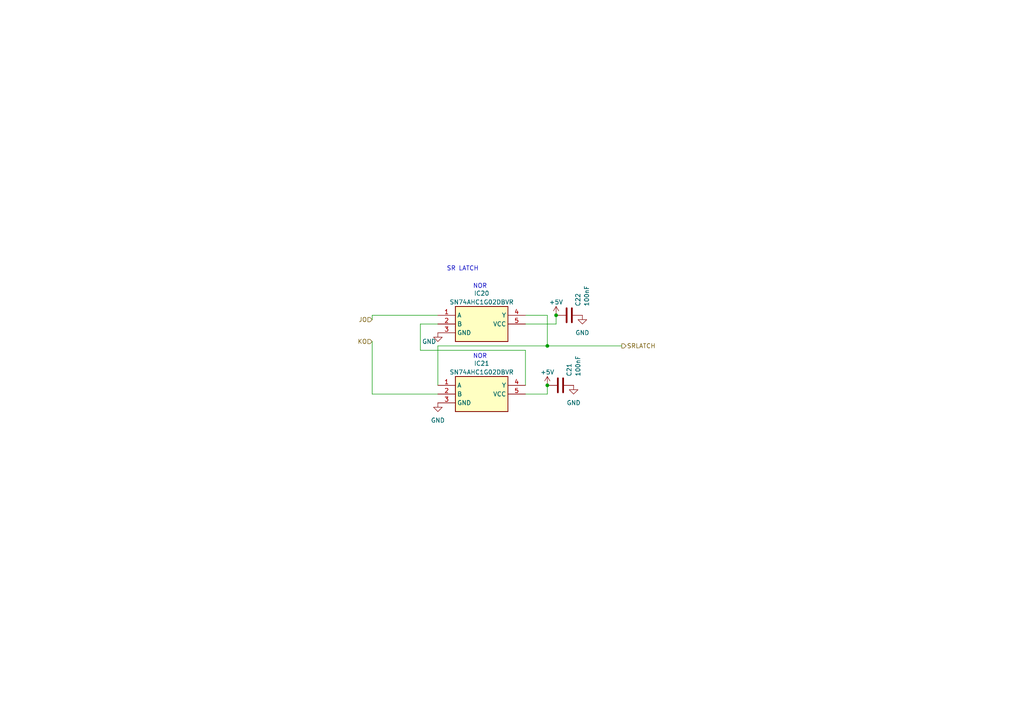
<source format=kicad_sch>
(kicad_sch
	(version 20231120)
	(generator "eeschema")
	(generator_version "8.0")
	(uuid "83ea689b-de4d-4bb1-be68-7a07fa8f70f1")
	(paper "A4")
	(lib_symbols
		(symbol "AAAAAAAAAA:SN74AHC1G02DBVR"
			(exclude_from_sim no)
			(in_bom yes)
			(on_board yes)
			(property "Reference" "IC"
				(at 21.59 7.62 0)
				(effects
					(font
						(size 1.27 1.27)
					)
					(justify left top)
				)
			)
			(property "Value" "SN74AHC1G02DBVR"
				(at 21.59 5.08 0)
				(effects
					(font
						(size 1.27 1.27)
					)
					(justify left top)
				)
			)
			(property "Footprint" "SOT95P280X145-5N"
				(at 21.59 -94.92 0)
				(effects
					(font
						(size 1.27 1.27)
					)
					(justify left top)
					(hide yes)
				)
			)
			(property "Datasheet" "http://www.ti.com/lit/gpn/sn74ahc1g02"
				(at 21.59 -194.92 0)
				(effects
					(font
						(size 1.27 1.27)
					)
					(justify left top)
					(hide yes)
				)
			)
			(property "Description" "Single 2-Input Positive-NOR Gate"
				(at 0 0 0)
				(effects
					(font
						(size 1.27 1.27)
					)
					(hide yes)
				)
			)
			(property "Height" "1.45"
				(at 21.59 -394.92 0)
				(effects
					(font
						(size 1.27 1.27)
					)
					(justify left top)
					(hide yes)
				)
			)
			(property "TME Electronic Components Part Number" ""
				(at 21.59 -494.92 0)
				(effects
					(font
						(size 1.27 1.27)
					)
					(justify left top)
					(hide yes)
				)
			)
			(property "TME Electronic Components Price/Stock" ""
				(at 21.59 -594.92 0)
				(effects
					(font
						(size 1.27 1.27)
					)
					(justify left top)
					(hide yes)
				)
			)
			(property "Manufacturer_Name" "Texas Instruments"
				(at 21.59 -694.92 0)
				(effects
					(font
						(size 1.27 1.27)
					)
					(justify left top)
					(hide yes)
				)
			)
			(property "Manufacturer_Part_Number" "SN74AHC1G02DBVR"
				(at 21.59 -794.92 0)
				(effects
					(font
						(size 1.27 1.27)
					)
					(justify left top)
					(hide yes)
				)
			)
			(symbol "SN74AHC1G02DBVR_1_1"
				(rectangle
					(start 5.08 2.54)
					(end 20.32 -7.62)
					(stroke
						(width 0.254)
						(type default)
					)
					(fill
						(type background)
					)
				)
				(pin passive line
					(at 0 0 0)
					(length 5.08)
					(name "A"
						(effects
							(font
								(size 1.27 1.27)
							)
						)
					)
					(number "1"
						(effects
							(font
								(size 1.27 1.27)
							)
						)
					)
				)
				(pin passive line
					(at 0 -2.54 0)
					(length 5.08)
					(name "B"
						(effects
							(font
								(size 1.27 1.27)
							)
						)
					)
					(number "2"
						(effects
							(font
								(size 1.27 1.27)
							)
						)
					)
				)
				(pin passive line
					(at 0 -5.08 0)
					(length 5.08)
					(name "GND"
						(effects
							(font
								(size 1.27 1.27)
							)
						)
					)
					(number "3"
						(effects
							(font
								(size 1.27 1.27)
							)
						)
					)
				)
				(pin passive line
					(at 25.4 0 180)
					(length 5.08)
					(name "Y"
						(effects
							(font
								(size 1.27 1.27)
							)
						)
					)
					(number "4"
						(effects
							(font
								(size 1.27 1.27)
							)
						)
					)
				)
				(pin passive line
					(at 25.4 -2.54 180)
					(length 5.08)
					(name "VCC"
						(effects
							(font
								(size 1.27 1.27)
							)
						)
					)
					(number "5"
						(effects
							(font
								(size 1.27 1.27)
							)
						)
					)
				)
			)
		)
		(symbol "Device:C"
			(pin_numbers hide)
			(pin_names
				(offset 0.254)
			)
			(exclude_from_sim no)
			(in_bom yes)
			(on_board yes)
			(property "Reference" "C"
				(at 0.635 2.54 0)
				(effects
					(font
						(size 1.27 1.27)
					)
					(justify left)
				)
			)
			(property "Value" "C"
				(at 0.635 -2.54 0)
				(effects
					(font
						(size 1.27 1.27)
					)
					(justify left)
				)
			)
			(property "Footprint" ""
				(at 0.9652 -3.81 0)
				(effects
					(font
						(size 1.27 1.27)
					)
					(hide yes)
				)
			)
			(property "Datasheet" "~"
				(at 0 0 0)
				(effects
					(font
						(size 1.27 1.27)
					)
					(hide yes)
				)
			)
			(property "Description" "Unpolarized capacitor"
				(at 0 0 0)
				(effects
					(font
						(size 1.27 1.27)
					)
					(hide yes)
				)
			)
			(property "ki_keywords" "cap capacitor"
				(at 0 0 0)
				(effects
					(font
						(size 1.27 1.27)
					)
					(hide yes)
				)
			)
			(property "ki_fp_filters" "C_*"
				(at 0 0 0)
				(effects
					(font
						(size 1.27 1.27)
					)
					(hide yes)
				)
			)
			(symbol "C_0_1"
				(polyline
					(pts
						(xy -2.032 -0.762) (xy 2.032 -0.762)
					)
					(stroke
						(width 0.508)
						(type default)
					)
					(fill
						(type none)
					)
				)
				(polyline
					(pts
						(xy -2.032 0.762) (xy 2.032 0.762)
					)
					(stroke
						(width 0.508)
						(type default)
					)
					(fill
						(type none)
					)
				)
			)
			(symbol "C_1_1"
				(pin passive line
					(at 0 3.81 270)
					(length 2.794)
					(name "~"
						(effects
							(font
								(size 1.27 1.27)
							)
						)
					)
					(number "1"
						(effects
							(font
								(size 1.27 1.27)
							)
						)
					)
				)
				(pin passive line
					(at 0 -3.81 90)
					(length 2.794)
					(name "~"
						(effects
							(font
								(size 1.27 1.27)
							)
						)
					)
					(number "2"
						(effects
							(font
								(size 1.27 1.27)
							)
						)
					)
				)
			)
		)
		(symbol "power:+5V"
			(power)
			(pin_names
				(offset 0)
			)
			(exclude_from_sim no)
			(in_bom yes)
			(on_board yes)
			(property "Reference" "#PWR"
				(at 0 -3.81 0)
				(effects
					(font
						(size 1.27 1.27)
					)
					(hide yes)
				)
			)
			(property "Value" "+5V"
				(at 0 3.556 0)
				(effects
					(font
						(size 1.27 1.27)
					)
				)
			)
			(property "Footprint" ""
				(at 0 0 0)
				(effects
					(font
						(size 1.27 1.27)
					)
					(hide yes)
				)
			)
			(property "Datasheet" ""
				(at 0 0 0)
				(effects
					(font
						(size 1.27 1.27)
					)
					(hide yes)
				)
			)
			(property "Description" "Power symbol creates a global label with name \"+5V\""
				(at 0 0 0)
				(effects
					(font
						(size 1.27 1.27)
					)
					(hide yes)
				)
			)
			(property "ki_keywords" "global power"
				(at 0 0 0)
				(effects
					(font
						(size 1.27 1.27)
					)
					(hide yes)
				)
			)
			(symbol "+5V_0_1"
				(polyline
					(pts
						(xy -0.762 1.27) (xy 0 2.54)
					)
					(stroke
						(width 0)
						(type default)
					)
					(fill
						(type none)
					)
				)
				(polyline
					(pts
						(xy 0 0) (xy 0 2.54)
					)
					(stroke
						(width 0)
						(type default)
					)
					(fill
						(type none)
					)
				)
				(polyline
					(pts
						(xy 0 2.54) (xy 0.762 1.27)
					)
					(stroke
						(width 0)
						(type default)
					)
					(fill
						(type none)
					)
				)
			)
			(symbol "+5V_1_1"
				(pin power_in line
					(at 0 0 90)
					(length 0) hide
					(name "+5V"
						(effects
							(font
								(size 1.27 1.27)
							)
						)
					)
					(number "1"
						(effects
							(font
								(size 1.27 1.27)
							)
						)
					)
				)
			)
		)
		(symbol "power:GND"
			(power)
			(pin_names
				(offset 0)
			)
			(exclude_from_sim no)
			(in_bom yes)
			(on_board yes)
			(property "Reference" "#PWR"
				(at 0 -6.35 0)
				(effects
					(font
						(size 1.27 1.27)
					)
					(hide yes)
				)
			)
			(property "Value" "GND"
				(at 0 -3.81 0)
				(effects
					(font
						(size 1.27 1.27)
					)
				)
			)
			(property "Footprint" ""
				(at 0 0 0)
				(effects
					(font
						(size 1.27 1.27)
					)
					(hide yes)
				)
			)
			(property "Datasheet" ""
				(at 0 0 0)
				(effects
					(font
						(size 1.27 1.27)
					)
					(hide yes)
				)
			)
			(property "Description" "Power symbol creates a global label with name \"GND\" , ground"
				(at 0 0 0)
				(effects
					(font
						(size 1.27 1.27)
					)
					(hide yes)
				)
			)
			(property "ki_keywords" "global power"
				(at 0 0 0)
				(effects
					(font
						(size 1.27 1.27)
					)
					(hide yes)
				)
			)
			(symbol "GND_0_1"
				(polyline
					(pts
						(xy 0 0) (xy 0 -1.27) (xy 1.27 -1.27) (xy 0 -2.54) (xy -1.27 -1.27) (xy 0 -1.27)
					)
					(stroke
						(width 0)
						(type default)
					)
					(fill
						(type none)
					)
				)
			)
			(symbol "GND_1_1"
				(pin power_in line
					(at 0 0 270)
					(length 0) hide
					(name "GND"
						(effects
							(font
								(size 1.27 1.27)
							)
						)
					)
					(number "1"
						(effects
							(font
								(size 1.27 1.27)
							)
						)
					)
				)
			)
		)
	)
	(junction
		(at 161.29 91.44)
		(diameter 0)
		(color 0 0 0 0)
		(uuid "3593625c-160b-45e3-9c40-0f09b1f4d3d0")
	)
	(junction
		(at 158.75 100.33)
		(diameter 0)
		(color 0 0 0 0)
		(uuid "a290a9dd-89ad-42c5-90ee-4c203bc637c1")
	)
	(junction
		(at 158.75 111.76)
		(diameter 0)
		(color 0 0 0 0)
		(uuid "d1dfe81d-e6b7-4e21-ad7c-809846434645")
	)
	(wire
		(pts
			(xy 158.75 100.33) (xy 127 100.33)
		)
		(stroke
			(width 0)
			(type default)
		)
		(uuid "2ea4c6d0-ca23-4a00-a88f-8009d6bc67d8")
	)
	(wire
		(pts
			(xy 158.75 111.76) (xy 158.75 114.3)
		)
		(stroke
			(width 0)
			(type default)
		)
		(uuid "2f077f66-175c-46d9-aa10-bbc284d9ea07")
	)
	(wire
		(pts
			(xy 107.95 92.71) (xy 107.95 91.44)
		)
		(stroke
			(width 0)
			(type default)
		)
		(uuid "3db08cdd-371b-4532-b254-6e62d0fa4c83")
	)
	(wire
		(pts
			(xy 161.29 91.44) (xy 161.29 93.98)
		)
		(stroke
			(width 0)
			(type default)
		)
		(uuid "3dbc4268-ac8b-40d6-b4fc-c6c0ad4a9079")
	)
	(wire
		(pts
			(xy 158.75 91.44) (xy 158.75 100.33)
		)
		(stroke
			(width 0)
			(type default)
		)
		(uuid "6193d128-7080-42cb-91dc-9721039f3349")
	)
	(wire
		(pts
			(xy 121.92 101.6) (xy 121.92 93.98)
		)
		(stroke
			(width 0)
			(type default)
		)
		(uuid "67c9dac5-9ef7-4339-9f68-ae09a552c5c1")
	)
	(wire
		(pts
			(xy 121.92 93.98) (xy 127 93.98)
		)
		(stroke
			(width 0)
			(type default)
		)
		(uuid "6803c531-f0af-40af-aa77-90aa35e438cf")
	)
	(wire
		(pts
			(xy 127 114.3) (xy 107.95 114.3)
		)
		(stroke
			(width 0)
			(type default)
		)
		(uuid "6f8c477e-0595-45a5-8d5e-fba9d59c1558")
	)
	(wire
		(pts
			(xy 152.4 93.98) (xy 161.29 93.98)
		)
		(stroke
			(width 0)
			(type default)
		)
		(uuid "729639e8-fe37-4a84-9634-8a91659c7067")
	)
	(wire
		(pts
			(xy 127 100.33) (xy 127 111.76)
		)
		(stroke
			(width 0)
			(type default)
		)
		(uuid "81810926-f21c-4521-8861-92b4f24a6327")
	)
	(wire
		(pts
			(xy 107.95 114.3) (xy 107.95 99.06)
		)
		(stroke
			(width 0)
			(type default)
		)
		(uuid "892671cb-5d55-45ac-abb7-86badfe55c9b")
	)
	(wire
		(pts
			(xy 107.95 91.44) (xy 127 91.44)
		)
		(stroke
			(width 0)
			(type default)
		)
		(uuid "914fc27d-bb39-4330-8205-1353e4b0db72")
	)
	(wire
		(pts
			(xy 158.75 114.3) (xy 152.4 114.3)
		)
		(stroke
			(width 0)
			(type default)
		)
		(uuid "9eccf857-3dd8-42a7-81ea-68de36ac7ade")
	)
	(wire
		(pts
			(xy 152.4 91.44) (xy 158.75 91.44)
		)
		(stroke
			(width 0)
			(type default)
		)
		(uuid "a9709b70-a650-4f04-a8a7-d7b3c941be90")
	)
	(wire
		(pts
			(xy 152.4 111.76) (xy 152.4 101.6)
		)
		(stroke
			(width 0)
			(type default)
		)
		(uuid "b143313e-5b19-422c-90ea-c87b2fce0b07")
	)
	(wire
		(pts
			(xy 152.4 101.6) (xy 121.92 101.6)
		)
		(stroke
			(width 0)
			(type default)
		)
		(uuid "bade8604-f6cb-4aa1-b0de-ceaa3add59ee")
	)
	(wire
		(pts
			(xy 158.75 100.33) (xy 180.34 100.33)
		)
		(stroke
			(width 0)
			(type default)
		)
		(uuid "f6ed8865-91c7-4a8d-80ef-1ba8eecf47b4")
	)
	(text "NOR"
		(exclude_from_sim no)
		(at 137.16 83.82 0)
		(effects
			(font
				(size 1.27 1.27)
			)
			(justify left bottom)
		)
		(uuid "3e9dddfb-8484-43c6-8724-d17aacd02a89")
	)
	(text "NOR"
		(exclude_from_sim no)
		(at 137.16 104.14 0)
		(effects
			(font
				(size 1.27 1.27)
			)
			(justify left bottom)
		)
		(uuid "4c327027-38fb-4782-bfcb-f35546884a44")
	)
	(text "SR LATCH"
		(exclude_from_sim no)
		(at 129.54 78.74 0)
		(effects
			(font
				(size 1.27 1.27)
			)
			(justify left bottom)
		)
		(uuid "899644fd-555a-4891-8a25-c814758b39f9")
	)
	(hierarchical_label "JO"
		(shape input)
		(at 107.95 92.71 180)
		(fields_autoplaced yes)
		(effects
			(font
				(size 1.27 1.27)
			)
			(justify right)
		)
		(uuid "1736e895-69c2-47aa-8bdb-b9d5a0edd2e9")
	)
	(hierarchical_label "SRLATCH"
		(shape output)
		(at 180.34 100.33 0)
		(fields_autoplaced yes)
		(effects
			(font
				(size 1.27 1.27)
			)
			(justify left)
		)
		(uuid "bdda97d1-13bc-490e-b0a9-9dd0029ea890")
	)
	(hierarchical_label "KO"
		(shape input)
		(at 107.95 99.06 180)
		(fields_autoplaced yes)
		(effects
			(font
				(size 1.27 1.27)
			)
			(justify right)
		)
		(uuid "dfdadf22-eb61-441a-bd67-0f8e4fffbf8a")
	)
	(symbol
		(lib_id "AAAAAAAAAA:SN74AHC1G02DBVR")
		(at 127 91.44 0)
		(unit 1)
		(exclude_from_sim no)
		(in_bom yes)
		(on_board yes)
		(dnp no)
		(fields_autoplaced yes)
		(uuid "18354199-e32f-4ced-9a26-9f52010a70cc")
		(property "Reference" "IC20"
			(at 139.7 85.09 0)
			(effects
				(font
					(size 1.27 1.27)
				)
			)
		)
		(property "Value" "SN74AHC1G02DBVR"
			(at 139.7 87.63 0)
			(effects
				(font
					(size 1.27 1.27)
				)
			)
		)
		(property "Footprint" "AAAAAAAAA:SOT95P280X145-5N"
			(at 148.59 186.36 0)
			(effects
				(font
					(size 1.27 1.27)
				)
				(justify left top)
				(hide yes)
			)
		)
		(property "Datasheet" "http://www.ti.com/lit/gpn/sn74ahc1g02"
			(at 148.59 286.36 0)
			(effects
				(font
					(size 1.27 1.27)
				)
				(justify left top)
				(hide yes)
			)
		)
		(property "Description" ""
			(at 127 91.44 0)
			(effects
				(font
					(size 1.27 1.27)
				)
				(hide yes)
			)
		)
		(property "Height" "1.45"
			(at 148.59 486.36 0)
			(effects
				(font
					(size 1.27 1.27)
				)
				(justify left top)
				(hide yes)
			)
		)
		(property "TME Electronic Components Part Number" ""
			(at 148.59 586.36 0)
			(effects
				(font
					(size 1.27 1.27)
				)
				(justify left top)
				(hide yes)
			)
		)
		(property "TME Electronic Components Price/Stock" ""
			(at 148.59 686.36 0)
			(effects
				(font
					(size 1.27 1.27)
				)
				(justify left top)
				(hide yes)
			)
		)
		(property "Manufacturer_Name" "Texas Instruments"
			(at 148.59 786.36 0)
			(effects
				(font
					(size 1.27 1.27)
				)
				(justify left top)
				(hide yes)
			)
		)
		(property "Manufacturer_Part_Number" "SN74AHC1G02DBVR"
			(at 148.59 886.36 0)
			(effects
				(font
					(size 1.27 1.27)
				)
				(justify left top)
				(hide yes)
			)
		)
		(property "Pole9" "NOR; Ch: 1; IN: 2; SMD; SOT23-5; AHC"
			(at 127 91.44 0)
			(effects
				(font
					(size 1.27 1.27)
				)
				(hide yes)
			)
		)
		(pin "1"
			(uuid "440632b6-2eb3-4c6e-b8e5-a0db024f7eaf")
		)
		(pin "2"
			(uuid "6edc0d8c-4a16-4794-b106-12713c389d69")
		)
		(pin "3"
			(uuid "a5c5d3d5-67d9-496b-9b72-3f79885fe311")
		)
		(pin "4"
			(uuid "3da13bb6-7a0f-4797-92f7-5308d185bbef")
		)
		(pin "5"
			(uuid "51715505-eaac-4581-99b7-6d9d2a33e68f")
		)
		(instances
			(project "14000JKFF"
				(path "/56463b8e-670e-41df-bd3a-314161dc4bc4/4241597c-dadc-4f3d-b67a-80d65badb67e"
					(reference "IC20")
					(unit 1)
				)
			)
		)
	)
	(symbol
		(lib_id "AAAAAAAAAA:SN74AHC1G02DBVR")
		(at 127 111.76 0)
		(unit 1)
		(exclude_from_sim no)
		(in_bom yes)
		(on_board yes)
		(dnp no)
		(fields_autoplaced yes)
		(uuid "41d0b8ab-86b9-416b-b722-96a7a2963612")
		(property "Reference" "IC21"
			(at 139.7 105.41 0)
			(effects
				(font
					(size 1.27 1.27)
				)
			)
		)
		(property "Value" "SN74AHC1G02DBVR"
			(at 139.7 107.95 0)
			(effects
				(font
					(size 1.27 1.27)
				)
			)
		)
		(property "Footprint" "AAAAAAAAA:SOT95P280X145-5N"
			(at 148.59 206.68 0)
			(effects
				(font
					(size 1.27 1.27)
				)
				(justify left top)
				(hide yes)
			)
		)
		(property "Datasheet" "http://www.ti.com/lit/gpn/sn74ahc1g02"
			(at 148.59 306.68 0)
			(effects
				(font
					(size 1.27 1.27)
				)
				(justify left top)
				(hide yes)
			)
		)
		(property "Description" ""
			(at 127 111.76 0)
			(effects
				(font
					(size 1.27 1.27)
				)
				(hide yes)
			)
		)
		(property "Height" "1.45"
			(at 148.59 506.68 0)
			(effects
				(font
					(size 1.27 1.27)
				)
				(justify left top)
				(hide yes)
			)
		)
		(property "TME Electronic Components Part Number" ""
			(at 148.59 606.68 0)
			(effects
				(font
					(size 1.27 1.27)
				)
				(justify left top)
				(hide yes)
			)
		)
		(property "TME Electronic Components Price/Stock" ""
			(at 148.59 706.68 0)
			(effects
				(font
					(size 1.27 1.27)
				)
				(justify left top)
				(hide yes)
			)
		)
		(property "Manufacturer_Name" "Texas Instruments"
			(at 148.59 806.68 0)
			(effects
				(font
					(size 1.27 1.27)
				)
				(justify left top)
				(hide yes)
			)
		)
		(property "Manufacturer_Part_Number" "SN74AHC1G02DBVR"
			(at 148.59 906.68 0)
			(effects
				(font
					(size 1.27 1.27)
				)
				(justify left top)
				(hide yes)
			)
		)
		(property "Pole9" " NOR; Ch: 1; IN: 2; SMD; SOT23-5; AHC"
			(at 127 111.76 0)
			(effects
				(font
					(size 1.27 1.27)
				)
				(hide yes)
			)
		)
		(pin "1"
			(uuid "b837cdb5-6af6-4998-b9f1-e81228c1905f")
		)
		(pin "2"
			(uuid "3e0f26ab-2a89-41f2-87a1-c6c2b3a2b3a5")
		)
		(pin "3"
			(uuid "478f5027-f07e-47c7-bd13-d887c3e0c5ff")
		)
		(pin "4"
			(uuid "8cc14b43-e19a-463d-bde1-077b9efe85d0")
		)
		(pin "5"
			(uuid "ca9f0f89-e0bd-4e02-ba46-3586980f60cf")
		)
		(instances
			(project "14000JKFF"
				(path "/56463b8e-670e-41df-bd3a-314161dc4bc4/4241597c-dadc-4f3d-b67a-80d65badb67e"
					(reference "IC21")
					(unit 1)
				)
			)
		)
	)
	(symbol
		(lib_id "power:GND")
		(at 168.91 91.44 0)
		(unit 1)
		(exclude_from_sim no)
		(in_bom yes)
		(on_board yes)
		(dnp no)
		(fields_autoplaced yes)
		(uuid "4e02c46c-4df5-454e-83cd-2fe51a9e6a82")
		(property "Reference" "#PWR074"
			(at 168.91 97.79 0)
			(effects
				(font
					(size 1.27 1.27)
				)
				(hide yes)
			)
		)
		(property "Value" "GND"
			(at 168.91 96.52 0)
			(effects
				(font
					(size 1.27 1.27)
				)
			)
		)
		(property "Footprint" ""
			(at 168.91 91.44 0)
			(effects
				(font
					(size 1.27 1.27)
				)
				(hide yes)
			)
		)
		(property "Datasheet" ""
			(at 168.91 91.44 0)
			(effects
				(font
					(size 1.27 1.27)
				)
				(hide yes)
			)
		)
		(property "Description" ""
			(at 168.91 91.44 0)
			(effects
				(font
					(size 1.27 1.27)
				)
				(hide yes)
			)
		)
		(pin "1"
			(uuid "70f93f4b-9be6-4131-aeff-8c58ac85c306")
		)
		(instances
			(project "14000JKFF"
				(path "/56463b8e-670e-41df-bd3a-314161dc4bc4/4241597c-dadc-4f3d-b67a-80d65badb67e"
					(reference "#PWR074")
					(unit 1)
				)
			)
		)
	)
	(symbol
		(lib_id "power:+5V")
		(at 161.29 91.44 0)
		(unit 1)
		(exclude_from_sim no)
		(in_bom yes)
		(on_board yes)
		(dnp no)
		(uuid "5927df72-4784-4b9a-a42f-dbc94587b9dd")
		(property "Reference" "#PWR072"
			(at 161.29 95.25 0)
			(effects
				(font
					(size 1.27 1.27)
				)
				(hide yes)
			)
		)
		(property "Value" "+5V"
			(at 161.29 87.63 0)
			(effects
				(font
					(size 1.27 1.27)
				)
			)
		)
		(property "Footprint" ""
			(at 161.29 91.44 0)
			(effects
				(font
					(size 1.27 1.27)
				)
				(hide yes)
			)
		)
		(property "Datasheet" ""
			(at 161.29 91.44 0)
			(effects
				(font
					(size 1.27 1.27)
				)
				(hide yes)
			)
		)
		(property "Description" ""
			(at 161.29 91.44 0)
			(effects
				(font
					(size 1.27 1.27)
				)
				(hide yes)
			)
		)
		(pin "1"
			(uuid "11ca56ce-20ff-4390-bcdc-0603d25a3b76")
		)
		(instances
			(project "14000JKFF"
				(path "/56463b8e-670e-41df-bd3a-314161dc4bc4/4241597c-dadc-4f3d-b67a-80d65badb67e"
					(reference "#PWR072")
					(unit 1)
				)
			)
		)
	)
	(symbol
		(lib_id "power:GND")
		(at 127 116.84 0)
		(unit 1)
		(exclude_from_sim no)
		(in_bom yes)
		(on_board yes)
		(dnp no)
		(fields_autoplaced yes)
		(uuid "688f9a81-a60e-4ad8-83bd-c59501e05ec5")
		(property "Reference" "#PWR070"
			(at 127 123.19 0)
			(effects
				(font
					(size 1.27 1.27)
				)
				(hide yes)
			)
		)
		(property "Value" "GND"
			(at 127 121.92 0)
			(effects
				(font
					(size 1.27 1.27)
				)
			)
		)
		(property "Footprint" ""
			(at 127 116.84 0)
			(effects
				(font
					(size 1.27 1.27)
				)
				(hide yes)
			)
		)
		(property "Datasheet" ""
			(at 127 116.84 0)
			(effects
				(font
					(size 1.27 1.27)
				)
				(hide yes)
			)
		)
		(property "Description" ""
			(at 127 116.84 0)
			(effects
				(font
					(size 1.27 1.27)
				)
				(hide yes)
			)
		)
		(pin "1"
			(uuid "e60ecb0e-9ba8-41b6-a9b0-bf4c66814caa")
		)
		(instances
			(project "14000JKFF"
				(path "/56463b8e-670e-41df-bd3a-314161dc4bc4/4241597c-dadc-4f3d-b67a-80d65badb67e"
					(reference "#PWR070")
					(unit 1)
				)
			)
		)
	)
	(symbol
		(lib_id "Device:C")
		(at 162.56 111.76 270)
		(unit 1)
		(exclude_from_sim no)
		(in_bom yes)
		(on_board yes)
		(dnp no)
		(uuid "9a40cc7e-0214-4fae-8797-758773a0a311")
		(property "Reference" "C21"
			(at 165.1 109.22 0)
			(effects
				(font
					(size 1.27 1.27)
				)
				(justify right)
			)
		)
		(property "Value" "100nF"
			(at 167.64 109.22 0)
			(effects
				(font
					(size 1.27 1.27)
				)
				(justify right)
			)
		)
		(property "Footprint" "Capacitor_SMD:C_1206_3216Metric"
			(at 158.75 112.7252 0)
			(effects
				(font
					(size 1.27 1.27)
				)
				(hide yes)
			)
		)
		(property "Datasheet" "~"
			(at 162.56 111.76 0)
			(effects
				(font
					(size 1.27 1.27)
				)
				(hide yes)
			)
		)
		(property "Description" ""
			(at 162.56 111.76 0)
			(effects
				(font
					(size 1.27 1.27)
				)
				(hide yes)
			)
		)
		(pin "1"
			(uuid "f081d15b-177e-4cfb-9c82-0a91e36b6e64")
		)
		(pin "2"
			(uuid "1b6b0c38-8072-4800-a036-c6386ab0e098")
		)
		(instances
			(project "14000JKFF"
				(path "/56463b8e-670e-41df-bd3a-314161dc4bc4/4241597c-dadc-4f3d-b67a-80d65badb67e"
					(reference "C21")
					(unit 1)
				)
			)
		)
	)
	(symbol
		(lib_id "Device:C")
		(at 165.1 91.44 270)
		(unit 1)
		(exclude_from_sim no)
		(in_bom yes)
		(on_board yes)
		(dnp no)
		(uuid "af373996-6f5a-4c71-ad75-35fb4775b205")
		(property "Reference" "C22"
			(at 167.64 88.9 0)
			(effects
				(font
					(size 1.27 1.27)
				)
				(justify right)
			)
		)
		(property "Value" "100nF"
			(at 170.18 88.9 0)
			(effects
				(font
					(size 1.27 1.27)
				)
				(justify right)
			)
		)
		(property "Footprint" "Capacitor_SMD:C_1206_3216Metric"
			(at 161.29 92.4052 0)
			(effects
				(font
					(size 1.27 1.27)
				)
				(hide yes)
			)
		)
		(property "Datasheet" "~"
			(at 165.1 91.44 0)
			(effects
				(font
					(size 1.27 1.27)
				)
				(hide yes)
			)
		)
		(property "Description" ""
			(at 165.1 91.44 0)
			(effects
				(font
					(size 1.27 1.27)
				)
				(hide yes)
			)
		)
		(pin "1"
			(uuid "0fb186f4-4af8-4a32-9b5d-1158025b147a")
		)
		(pin "2"
			(uuid "a2a7d44d-0bb3-4f0a-9e8d-ece1f99c0585")
		)
		(instances
			(project "14000JKFF"
				(path "/56463b8e-670e-41df-bd3a-314161dc4bc4/4241597c-dadc-4f3d-b67a-80d65badb67e"
					(reference "C22")
					(unit 1)
				)
			)
		)
	)
	(symbol
		(lib_id "power:+5V")
		(at 158.75 111.76 0)
		(unit 1)
		(exclude_from_sim no)
		(in_bom yes)
		(on_board yes)
		(dnp no)
		(uuid "b256626d-b639-4c2c-b91d-09b6580d5b7e")
		(property "Reference" "#PWR071"
			(at 158.75 115.57 0)
			(effects
				(font
					(size 1.27 1.27)
				)
				(hide yes)
			)
		)
		(property "Value" "+5V"
			(at 158.75 107.95 0)
			(effects
				(font
					(size 1.27 1.27)
				)
			)
		)
		(property "Footprint" ""
			(at 158.75 111.76 0)
			(effects
				(font
					(size 1.27 1.27)
				)
				(hide yes)
			)
		)
		(property "Datasheet" ""
			(at 158.75 111.76 0)
			(effects
				(font
					(size 1.27 1.27)
				)
				(hide yes)
			)
		)
		(property "Description" ""
			(at 158.75 111.76 0)
			(effects
				(font
					(size 1.27 1.27)
				)
				(hide yes)
			)
		)
		(pin "1"
			(uuid "14a7b0e4-c114-4ce6-b9f4-7404a938d1a3")
		)
		(instances
			(project "14000JKFF"
				(path "/56463b8e-670e-41df-bd3a-314161dc4bc4/4241597c-dadc-4f3d-b67a-80d65badb67e"
					(reference "#PWR071")
					(unit 1)
				)
			)
		)
	)
	(symbol
		(lib_id "power:GND")
		(at 166.37 111.76 0)
		(unit 1)
		(exclude_from_sim no)
		(in_bom yes)
		(on_board yes)
		(dnp no)
		(fields_autoplaced yes)
		(uuid "ddc2b6ee-9c75-4f90-8a5a-96533c32b447")
		(property "Reference" "#PWR073"
			(at 166.37 118.11 0)
			(effects
				(font
					(size 1.27 1.27)
				)
				(hide yes)
			)
		)
		(property "Value" "GND"
			(at 166.37 116.84 0)
			(effects
				(font
					(size 1.27 1.27)
				)
			)
		)
		(property "Footprint" ""
			(at 166.37 111.76 0)
			(effects
				(font
					(size 1.27 1.27)
				)
				(hide yes)
			)
		)
		(property "Datasheet" ""
			(at 166.37 111.76 0)
			(effects
				(font
					(size 1.27 1.27)
				)
				(hide yes)
			)
		)
		(property "Description" ""
			(at 166.37 111.76 0)
			(effects
				(font
					(size 1.27 1.27)
				)
				(hide yes)
			)
		)
		(pin "1"
			(uuid "d7839f92-7804-4be3-88f8-76903dd6a714")
		)
		(instances
			(project "14000JKFF"
				(path "/56463b8e-670e-41df-bd3a-314161dc4bc4/4241597c-dadc-4f3d-b67a-80d65badb67e"
					(reference "#PWR073")
					(unit 1)
				)
			)
		)
	)
	(symbol
		(lib_id "power:GND")
		(at 127 96.52 0)
		(unit 1)
		(exclude_from_sim no)
		(in_bom yes)
		(on_board yes)
		(dnp no)
		(uuid "f1c3b341-c73f-4755-9734-8a5433db98b5")
		(property "Reference" "#PWR069"
			(at 127 102.87 0)
			(effects
				(font
					(size 1.27 1.27)
				)
				(hide yes)
			)
		)
		(property "Value" "GND"
			(at 124.46 99.06 0)
			(effects
				(font
					(size 1.27 1.27)
				)
			)
		)
		(property "Footprint" ""
			(at 127 96.52 0)
			(effects
				(font
					(size 1.27 1.27)
				)
				(hide yes)
			)
		)
		(property "Datasheet" ""
			(at 127 96.52 0)
			(effects
				(font
					(size 1.27 1.27)
				)
				(hide yes)
			)
		)
		(property "Description" ""
			(at 127 96.52 0)
			(effects
				(font
					(size 1.27 1.27)
				)
				(hide yes)
			)
		)
		(pin "1"
			(uuid "3a7e4d43-edd2-4a26-8cf2-e00aa6f4f15b")
		)
		(instances
			(project "14000JKFF"
				(path "/56463b8e-670e-41df-bd3a-314161dc4bc4/4241597c-dadc-4f3d-b67a-80d65badb67e"
					(reference "#PWR069")
					(unit 1)
				)
			)
		)
	)
)

</source>
